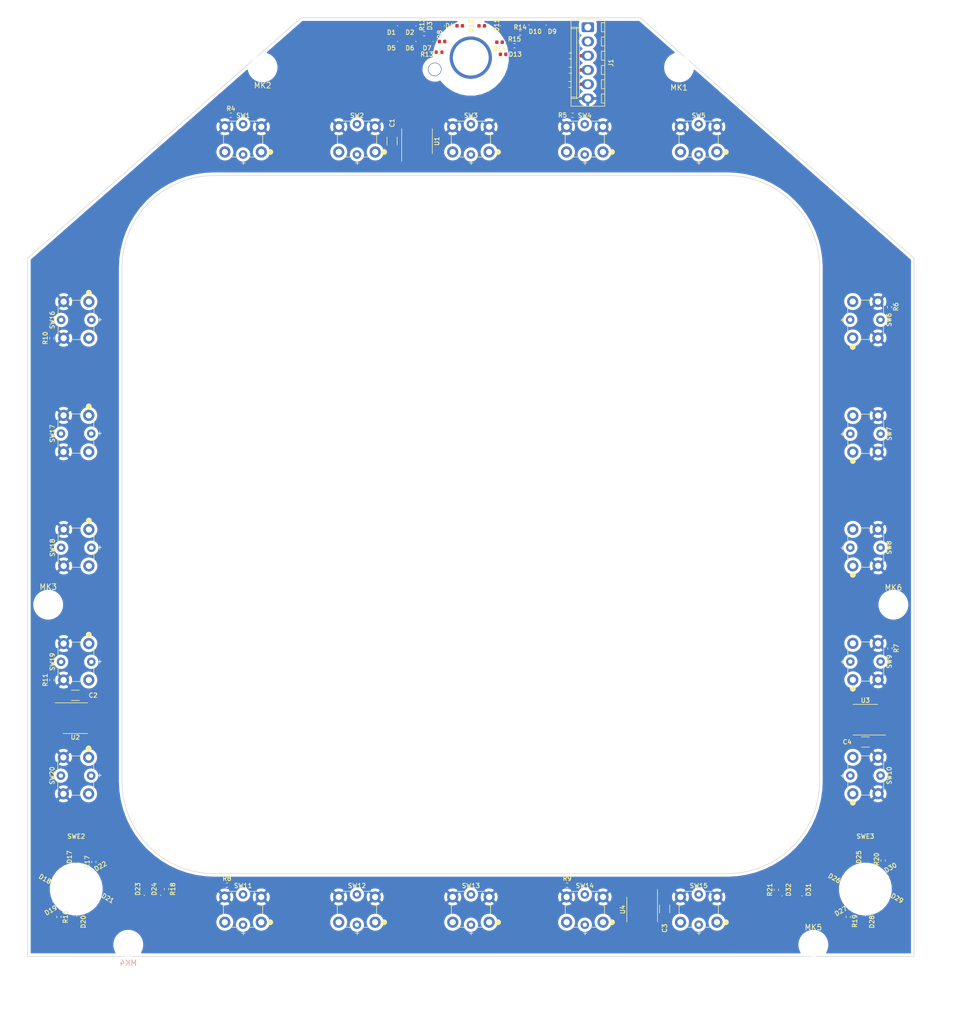
<source format=kicad_pcb>
(kicad_pcb (version 20171130) (host pcbnew "(5.1.9)-1")
  (layers (0 F.Cu signal) (31 B.Cu signal) (34 B.Paste user) (35 F.Paste user) (36 B.SilkS user) (37 F.SilkS user) (38 B.Mask user) (39 F.Mask user) (44 Edge.Cuts user))
  (net 0 "")
  (net 1 +5V)
  (net 2 SDA)
  (net 3 SCL)
  (net 4 IRQ)
  (net 5 GND)
  (net 6 "Net-(U2-Pad10)")
  (net 7 "Net-(U2-Pad11)")
  (net 8 "Net-(U2-Pad12)")
  (net 9 "Net-(U3-Pad12)")
  (net 10 "Net-(U3-Pad11)")
  (net 11 "Net-(U3-Pad10)")
  (net 12 "Net-(U4-Pad12)")
  (net 13 "Net-(U4-Pad11)")
  (net 14 "Net-(U4-Pad10)")
  (net 15 "Net-(D1-Pad1)")
  (net 16 "Net-(D10-Pad2)")
  (net 17 "Net-(U1-Pad12)")
  (net 18 "Net-(U1-Pad11)")
  (net 19 "Net-(U1-Pad10)")
  (net 20 VCC)
  (net 21 "Net-(D2-Pad1)")
  (net 22 "Net-(D3-Pad1)")
  (net 23 "Net-(D4-Pad1)")
  (net 24 "Net-(D5-Pad1)")
  (net 25 "Net-(D6-Pad1)")
  (net 26 "Net-(D7-Pad1)")
  (net 27 "Net-(D8-Pad1)")
  (net 28 "Net-(D10-Pad1)")
  (net 29 "Net-(D11-Pad1)")
  (net 30 "Net-(D12-Pad1)")
  (net 31 "Net-(D13-Pad1)")
  (net 32 "Net-(D14-Pad1)")
  (net 33 "Net-(D17-Pad1)")
  (net 34 "Net-(D18-Pad1)")
  (net 35 "Net-(D19-Pad1)")
  (net 36 "Net-(D20-Pad1)")
  (net 37 "Net-(D21-Pad1)")
  (net 38 "Net-(D22-Pad1)")
  (net 39 "Net-(D23-Pad1)")
  (net 40 "Net-(D24-Pad1)")
  (net 41 "Net-(D25-Pad1)")
  (net 42 "Net-(D26-Pad1)")
  (net 43 "Net-(D27-Pad1)")
  (net 44 "Net-(D28-Pad1)")
  (net 45 "Net-(D29-Pad1)")
  (net 46 "Net-(D30-Pad1)")
  (net 47 "Net-(D31-Pad1)")
  (net 48 "Net-(D32-Pad1)")
  (net 49 "Net-(R4-Pad2)")
  (net 50 "Net-(R5-Pad2)")
  (net 51 "Net-(R6-Pad2)")
  (net 52 "Net-(R7-Pad2)")
  (net 53 "Net-(R8-Pad2)")
  (net 54 "Net-(R9-Pad2)")
  (net 55 "Net-(R10-Pad2)")
  (net 56 "Net-(R11-Pad2)")
  (net 57 "Net-(SW1-Pad4)")
  (net 58 /U1P0)
  (net 59 /U1P1)
  (net 60 "Net-(SW2-Pad4)")
  (net 61 /U1P2)
  (net 62 /U1P3)
  (net 63 "Net-(SW4-Pad4)")
  (net 64 /U1P4)
  (net 65 /U2P0)
  (net 66 "Net-(SW6-Pad4)")
  (net 67 "Net-(SW7-Pad4)")
  (net 68 /U2P1)
  (net 69 /U2P2)
  (net 70 "Net-(SW10-Pad3)")
  (net 71 /U2P3)
  (net 72 /U2P4)
  (net 73 "Net-(SW11-Pad4)")
  (net 74 /U3P0)
  (net 75 /U3P1)
  (net 76 "Net-(SW12-Pad4)")
  (net 77 /U3P2)
  (net 78 /U3P3)
  (net 79 "Net-(SW14-Pad4)")
  (net 80 /U3P4)
  (net 81 "Net-(SW16-Pad4)")
  (net 82 /U4P0)
  (net 83 /U4P1)
  (net 84 "Net-(SW17-Pad4)")
  (net 85 /U4P2)
  (net 86 /U4P3)
  (net 87 "Net-(SW19-Pad4)")
  (net 88 /U4P4)
  (module MountingHole:MountingHole_4.3mm_M4 (layer B.Cu) (at 146.590316 -69.038424)
    (fp_text reference MK4 (at 0 3.23314) (layer B.SilkS) (effects (justify mirror)))
    (fp_text value MH)
    (pad 1 np_thru_hole circle (at 0 0) (size 4.3 4.3) (drill 4.3) (layers *.Cu *.Mask))
  )
  (module MountingHole:MountingHole_4.3mm_M4 (layer F.Cu) (at 268.827816 -69.038424)
    (fp_text reference MK5 (at 0 -3.10614) (layer F.SilkS))
    (fp_text value MH)
    (pad 1 np_thru_hole circle (at 0 0) (size 4.3 4.3) (drill 4.3) (layers *.Cu *.Mask))
  )
  (module MountingHole:MountingHole_4.3mm_M4 (layer F.Cu) (at 283.112145 -129.680924)
    (fp_text reference MK6 (at 0 -3.04264) (layer F.SilkS))
    (fp_text value MH)
    (pad 1 np_thru_hole circle (at 0 0) (size 4.3 4.3) (drill 4.3) (layers *.Cu *.Mask))
  )
  (module MountingHole:MountingHole_4.3mm_M4 (layer F.Cu) (at 132.305987 -129.680924)
    (fp_text reference MK3 (at 0 -3.16964) (layer F.SilkS))
    (fp_text value MH)
    (pad 1 np_thru_hole circle (at 0 0) (size 4.3 4.3) (drill 4.3) (layers *.Cu *.Mask))
  )
  (module MountingHole:MountingHole_4.3mm_M4 (layer F.Cu) (at 170.550749 -225.486549)
    (fp_text reference MK2 (at 0.016177 3.227985) (layer F.SilkS))
    (fp_text value MH)
    (pad 1 np_thru_hole circle (at 0 0) (size 4.3 4.3) (drill 4.3) (layers *.Cu *.Mask))
  )
  (module MountingHole:MountingHole_4.3mm_M4 (layer F.Cu) (at 244.867383 -225.486549)
    (fp_text reference MK1 (at -0.005457 3.608985) (layer F.SilkS))
    (fp_text value MH)
    (pad 1 np_thru_hole circle (at 0 0) (size 4.3 4.3) (drill 4.3) (layers *.Cu *.Mask))
  )
  (module MountingHole:MountingHole_8.4mm_M8 (layer F.Cu) (at 278.114691 -78.969824)
    (fp_text reference SWE3 (at 0 -9.4) (layer F.SilkS) (effects (font (size 0.8 0.8))))
    (fp_text value MountingHole_8.4mm_M8)
    (pad 1 np_thru_hole circle (at 0 0) (size 8.4 8.4) (drill 8.4) (layers *.Cu *.Mask))
  )
  (module MountingHole:MountingHole_8.4mm_M8 (layer F.Cu) (at 137.303441 -78.969824)
    (fp_text reference SWE2 (at 0 -9.4) (layer F.SilkS) (effects (font (size 0.8 0.8))))
    (fp_text value MountingHole_8.4mm_M8)
    (pad 1 np_thru_hole circle (at 0 0) (size 8.4 8.4) (drill 8.4) (layers *.Cu *.Mask))
  )
  (module Switches:MRY106_RotarySW (layer F.Cu) (at 207.709066 -227.216924)
    (fp_text reference SWE1 hide)
    (fp_text value MRY106_RotarySW hide)
    (pad "" np_thru_hole circle (at 0 0) (size 7.540752 7.540752) (drill 6.35) (layers *.Mask B.Cu) (clearance 3))
    (pad "" np_thru_hole circle (at -6.4257 2.0878) (size 2.38125 2.38125) (drill 2.2) (layers *.Cu *.Mask) (clearance 1))
    (pad "" np_thru_hole circle (at 0 0) (size 7.540752 7.540752) (drill 6.35) (layers *.Mask F.Cu) (clearance 1))
  )
  (module Resistor_SMD:R_0603_1608Metric (layer F.Cu) (at 225.414749 -222.438549)
    (fp_text reference R1 hide)
    (fp_text value 10K hide)
    (pad 2 smd roundrect (at 0.825 0) (size 0.8 0.95) (layers F.Cu F.Paste F.Mask) (net 4 IRQ))
    (pad 1 smd roundrect (at -0.825 0) (size 0.8 0.95) (layers F.Cu F.Paste F.Mask) (net 1 +5V))
  )
  (module "KiCAD Libraries:TL1240GQ" (layer F.Cu) (at 163.830566 -214.897924)
    (fp_text reference SW1 (at 3.25 -2) (layer F.SilkS) (effects (font (size 0.8 0.8))))
    (fp_text value TL1240GQ)
    (fp_text user + (at 3.3 6.4) (layer F.SilkS) (effects (font (size 0.8 0.8) (thickness 0.12))))
    (pad 4 thru_hole circle (at 3.25 4.95) (size 1.524 1.524) (drill 0.762) (layers *.Cu *.Mask) (net 57 "Net-(SW1-Pad4)"))
    (pad 3 thru_hole circle (at 3.25 -0.45) (size 1.524 1.524) (drill 0.762) (layers *.Cu *.Mask) (net 49 "Net-(R4-Pad2)"))
    (pad 2 thru_hole circle (at 6.5 0 90) (size 2 2) (drill 1.1) (layers *.Cu *.Mask) (net 5 GND))
    (pad 1 thru_hole circle (at 6.5 4.5 90) (size 2 2) (drill 1.1) (layers *.Cu *.Mask) (net 58 /U1P0))
    (pad 2 thru_hole circle (at 0 0 90) (size 2 2) (drill 1.1) (layers *.Cu *.Mask) (net 5 GND))
    (pad 1 thru_hole circle (at 0 4.5 90) (size 2 2) (drill 1.1) (layers *.Cu *.Mask) (net 58 /U1P0))
  )
  (module "KiCAD Libraries:TL1240GQ" (layer F.Cu) (at 184.150566 -214.897924)
    (fp_text reference SW2 (at 3.25 -2) (layer F.SilkS) (effects (font (size 0.8 0.8))))
    (fp_text value TL1240GQ)
    (fp_text user + (at 3.3 6.4) (layer F.SilkS) (effects (font (size 0.8 0.8) (thickness 0.12))))
    (pad 4 thru_hole circle (at 3.25 4.95) (size 1.524 1.524) (drill 0.762) (layers *.Cu *.Mask) (net 60 "Net-(SW2-Pad4)"))
    (pad 3 thru_hole circle (at 3.25 -0.45) (size 1.524 1.524) (drill 0.762) (layers *.Cu *.Mask) (net 57 "Net-(SW1-Pad4)"))
    (pad 2 thru_hole circle (at 6.5 0 90) (size 2 2) (drill 1.1) (layers *.Cu *.Mask) (net 5 GND))
    (pad 1 thru_hole circle (at 6.5 4.5 90) (size 2 2) (drill 1.1) (layers *.Cu *.Mask) (net 59 /U1P1))
    (pad 2 thru_hole circle (at 0 0 90) (size 2 2) (drill 1.1) (layers *.Cu *.Mask) (net 5 GND))
    (pad 1 thru_hole circle (at 0 4.5 90) (size 2 2) (drill 1.1) (layers *.Cu *.Mask) (net 59 /U1P1))
  )
  (module "KiCAD Libraries:TL1240GQ" (layer F.Cu) (at 204.470566 -214.897924)
    (fp_text reference SW3 (at 3.25 -2) (layer F.SilkS) (effects (font (size 0.8 0.8))))
    (fp_text value TL1240GQ)
    (fp_text user + (at 3.3 6.4) (layer F.SilkS) (effects (font (size 0.8 0.8) (thickness 0.12))))
    (pad 4 thru_hole circle (at 3.25 4.95) (size 1.524 1.524) (drill 0.762) (layers *.Cu *.Mask) (net 20 VCC))
    (pad 3 thru_hole circle (at 3.25 -0.45) (size 1.524 1.524) (drill 0.762) (layers *.Cu *.Mask) (net 60 "Net-(SW2-Pad4)"))
    (pad 2 thru_hole circle (at 6.5 0 90) (size 2 2) (drill 1.1) (layers *.Cu *.Mask) (net 5 GND))
    (pad 1 thru_hole circle (at 6.5 4.5 90) (size 2 2) (drill 1.1) (layers *.Cu *.Mask) (net 61 /U1P2))
    (pad 2 thru_hole circle (at 0 0 90) (size 2 2) (drill 1.1) (layers *.Cu *.Mask) (net 5 GND))
    (pad 1 thru_hole circle (at 0 4.5 90) (size 2 2) (drill 1.1) (layers *.Cu *.Mask) (net 61 /U1P2))
  )
  (module "KiCAD Libraries:TL1240GQ" (layer F.Cu) (at 224.790566 -214.897924)
    (fp_text reference SW4 (at 3.25 -2) (layer F.SilkS) (effects (font (size 0.8 0.8))))
    (fp_text value TL1240GQ)
    (fp_text user + (at 3.3 6.4) (layer F.SilkS) (effects (font (size 0.8 0.8) (thickness 0.12))))
    (pad 4 thru_hole circle (at 3.25 4.95) (size 1.524 1.524) (drill 0.762) (layers *.Cu *.Mask) (net 63 "Net-(SW4-Pad4)"))
    (pad 3 thru_hole circle (at 3.25 -0.45) (size 1.524 1.524) (drill 0.762) (layers *.Cu *.Mask) (net 50 "Net-(R5-Pad2)"))
    (pad 2 thru_hole circle (at 6.5 0 90) (size 2 2) (drill 1.1) (layers *.Cu *.Mask) (net 5 GND))
    (pad 1 thru_hole circle (at 6.5 4.5 90) (size 2 2) (drill 1.1) (layers *.Cu *.Mask) (net 62 /U1P3))
    (pad 2 thru_hole circle (at 0 0 90) (size 2 2) (drill 1.1) (layers *.Cu *.Mask) (net 5 GND))
    (pad 1 thru_hole circle (at 0 4.5 90) (size 2 2) (drill 1.1) (layers *.Cu *.Mask) (net 62 /U1P3))
  )
  (module "KiCAD Libraries:TL1240GQ" (layer F.Cu) (at 245.110566 -214.897924)
    (fp_text reference SW5 (at 3.25 -2) (layer F.SilkS) (effects (font (size 0.8 0.8))))
    (fp_text value TL1240GQ)
    (fp_text user + (at 3.3 6.4) (layer F.SilkS) (effects (font (size 0.8 0.8) (thickness 0.12))))
    (pad 4 thru_hole circle (at 3.25 4.95) (size 1.524 1.524) (drill 0.762) (layers *.Cu *.Mask) (net 20 VCC))
    (pad 3 thru_hole circle (at 3.25 -0.45) (size 1.524 1.524) (drill 0.762) (layers *.Cu *.Mask) (net 63 "Net-(SW4-Pad4)"))
    (pad 2 thru_hole circle (at 6.5 0 90) (size 2 2) (drill 1.1) (layers *.Cu *.Mask) (net 5 GND))
    (pad 1 thru_hole circle (at 6.5 4.5 90) (size 2 2) (drill 1.1) (layers *.Cu *.Mask) (net 64 /U1P4))
    (pad 2 thru_hole circle (at 0 0 90) (size 2 2) (drill 1.1) (layers *.Cu *.Mask) (net 5 GND))
    (pad 1 thru_hole circle (at 0 4.5 90) (size 2 2) (drill 1.1) (layers *.Cu *.Mask) (net 64 /U1P4))
  )
  (module "KiCAD Libraries:TL1240GQ" (layer F.Cu) (at 280.353066 -183.732124 270)
    (fp_text reference SW6 (at 3.25 -2 90) (layer F.SilkS) (effects (font (size 0.8 0.8))))
    (fp_text value TL1240GQ)
    (fp_text user + (at 3.3 6.4 90) (layer F.SilkS) (effects (font (size 0.8 0.8) (thickness 0.12))))
    (pad 4 thru_hole circle (at 3.25 4.95 270) (size 1.524 1.524) (drill 0.762) (layers *.Cu *.Mask) (net 66 "Net-(SW6-Pad4)"))
    (pad 3 thru_hole circle (at 3.25 -0.45 270) (size 1.524 1.524) (drill 0.762) (layers *.Cu *.Mask) (net 51 "Net-(R6-Pad2)"))
    (pad 2 thru_hole circle (at 6.5 0) (size 2 2) (drill 1.1) (layers *.Cu *.Mask) (net 5 GND))
    (pad 1 thru_hole circle (at 6.5 4.5) (size 2 2) (drill 1.1) (layers *.Cu *.Mask) (net 65 /U2P0))
    (pad 2 thru_hole circle (at 0 0) (size 2 2) (drill 1.1) (layers *.Cu *.Mask) (net 5 GND))
    (pad 1 thru_hole circle (at 0 4.5) (size 2 2) (drill 1.1) (layers *.Cu *.Mask) (net 65 /U2P0))
  )
  (module "KiCAD Libraries:TL1240GQ" (layer F.Cu) (at 280.375291 -163.399424 270)
    (fp_text reference SW7 (at 3.25 -2 90) (layer F.SilkS) (effects (font (size 0.8 0.8))))
    (fp_text value TL1240GQ)
    (fp_text user + (at 3.3 6.4 90) (layer F.SilkS) (effects (font (size 0.8 0.8) (thickness 0.12))))
    (pad 4 thru_hole circle (at 3.25 4.95 270) (size 1.524 1.524) (drill 0.762) (layers *.Cu *.Mask) (net 67 "Net-(SW7-Pad4)"))
    (pad 3 thru_hole circle (at 3.25 -0.45 270) (size 1.524 1.524) (drill 0.762) (layers *.Cu *.Mask) (net 66 "Net-(SW6-Pad4)"))
    (pad 2 thru_hole circle (at 6.5 0) (size 2 2) (drill 1.1) (layers *.Cu *.Mask) (net 5 GND))
    (pad 1 thru_hole circle (at 6.5 4.5) (size 2 2) (drill 1.1) (layers *.Cu *.Mask) (net 68 /U2P1))
    (pad 2 thru_hole circle (at 0 0) (size 2 2) (drill 1.1) (layers *.Cu *.Mask) (net 5 GND))
    (pad 1 thru_hole circle (at 0 4.5) (size 2 2) (drill 1.1) (layers *.Cu *.Mask) (net 68 /U2P1))
  )
  (module "KiCAD Libraries:TL1240GQ" (layer F.Cu) (at 280.375291 -143.104824 270)
    (fp_text reference SW8 (at 3.25 -1.978025 90) (layer F.SilkS) (effects (font (size 0.8 0.8))))
    (fp_text value TL1240GQ)
    (fp_text user + (at 3.3 6.4 90) (layer F.SilkS) (effects (font (size 0.8 0.8) (thickness 0.12))))
    (pad 4 thru_hole circle (at 3.25 4.95 270) (size 1.524 1.524) (drill 0.762) (layers *.Cu *.Mask) (net 20 VCC))
    (pad 3 thru_hole circle (at 3.25 -0.45 270) (size 1.524 1.524) (drill 0.762) (layers *.Cu *.Mask) (net 67 "Net-(SW7-Pad4)"))
    (pad 2 thru_hole circle (at 6.5 0) (size 2 2) (drill 1.1) (layers *.Cu *.Mask) (net 5 GND))
    (pad 1 thru_hole circle (at 6.5 4.5) (size 2 2) (drill 1.1) (layers *.Cu *.Mask) (net 69 /U2P2))
    (pad 2 thru_hole circle (at 0 0) (size 2 2) (drill 1.1) (layers *.Cu *.Mask) (net 5 GND))
    (pad 1 thru_hole circle (at 0 4.5) (size 2 2) (drill 1.1) (layers *.Cu *.Mask) (net 69 /U2P2))
  )
  (module "KiCAD Libraries:TL1240GQ" (layer F.Cu) (at 280.375291 -122.782424 270)
    (fp_text reference SW9 (at 3.25 -2 90) (layer F.SilkS) (effects (font (size 0.8 0.8))))
    (fp_text value TL1240GQ)
    (fp_text user + (at 3.3 6.4 90) (layer F.SilkS) (effects (font (size 0.8 0.8) (thickness 0.12))))
    (pad 4 thru_hole circle (at 3.25 4.95 270) (size 1.524 1.524) (drill 0.762) (layers *.Cu *.Mask) (net 70 "Net-(SW10-Pad3)"))
    (pad 3 thru_hole circle (at 3.25 -0.45 270) (size 1.524 1.524) (drill 0.762) (layers *.Cu *.Mask) (net 52 "Net-(R7-Pad2)"))
    (pad 2 thru_hole circle (at 6.5 0) (size 2 2) (drill 1.1) (layers *.Cu *.Mask) (net 5 GND))
    (pad 1 thru_hole circle (at 6.5 4.5) (size 2 2) (drill 1.1) (layers *.Cu *.Mask) (net 71 /U2P3))
    (pad 2 thru_hole circle (at 0 0) (size 2 2) (drill 1.1) (layers *.Cu *.Mask) (net 5 GND))
    (pad 1 thru_hole circle (at 0 4.5) (size 2 2) (drill 1.1) (layers *.Cu *.Mask) (net 71 /U2P3))
  )
  (module "KiCAD Libraries:TL1240GQ" (layer F.Cu) (at 280.375291 -102.464824 270)
    (fp_text reference SW10 (at 3.25 -2 90) (layer F.SilkS) (effects (font (size 0.8 0.8))))
    (fp_text value TL1240GQ)
    (fp_text user + (at 3.3 6.4 90) (layer F.SilkS) (effects (font (size 0.8 0.8) (thickness 0.12))))
    (pad 4 thru_hole circle (at 3.25 4.95 270) (size 1.524 1.524) (drill 0.762) (layers *.Cu *.Mask) (net 20 VCC))
    (pad 3 thru_hole circle (at 3.25 -0.45 270) (size 1.524 1.524) (drill 0.762) (layers *.Cu *.Mask) (net 70 "Net-(SW10-Pad3)"))
    (pad 2 thru_hole circle (at 6.5 0) (size 2 2) (drill 1.1) (layers *.Cu *.Mask) (net 5 GND))
    (pad 1 thru_hole circle (at 6.5 4.5) (size 2 2) (drill 1.1) (layers *.Cu *.Mask) (net 72 /U2P4))
    (pad 2 thru_hole circle (at 0 0) (size 2 2) (drill 1.1) (layers *.Cu *.Mask) (net 5 GND))
    (pad 1 thru_hole circle (at 0 4.5) (size 2 2) (drill 1.1) (layers *.Cu *.Mask) (net 72 /U2P4))
  )
  (module "KiCAD Libraries:TL1240GQ" (layer F.Cu) (at 163.817866 -77.560124)
    (fp_text reference SW11 (at 3.25 -2) (layer F.SilkS) (effects (font (size 0.8 0.8))))
    (fp_text value TL1240GQ)
    (fp_text user + (at 3.3 6.4) (layer F.SilkS) (effects (font (size 0.8 0.8) (thickness 0.12))))
    (pad 4 thru_hole circle (at 3.25 4.95) (size 1.524 1.524) (drill 0.762) (layers *.Cu *.Mask) (net 73 "Net-(SW11-Pad4)"))
    (pad 3 thru_hole circle (at 3.25 -0.45) (size 1.524 1.524) (drill 0.762) (layers *.Cu *.Mask) (net 53 "Net-(R8-Pad2)"))
    (pad 2 thru_hole circle (at 6.5 0 90) (size 2 2) (drill 1.1) (layers *.Cu *.Mask) (net 5 GND))
    (pad 1 thru_hole circle (at 6.5 4.5 90) (size 2 2) (drill 1.1) (layers *.Cu *.Mask) (net 74 /U3P0))
    (pad 2 thru_hole circle (at 0 0 90) (size 2 2) (drill 1.1) (layers *.Cu *.Mask) (net 5 GND))
    (pad 1 thru_hole circle (at 0 4.5 90) (size 2 2) (drill 1.1) (layers *.Cu *.Mask) (net 74 /U3P0))
  )
  (module "KiCAD Libraries:TL1240GQ" (layer F.Cu) (at 184.137866 -77.560124)
    (fp_text reference SW12 (at 3.25 -2) (layer F.SilkS) (effects (font (size 0.8 0.8))))
    (fp_text value TL1240GQ)
    (fp_text user + (at 3.3 6.4) (layer F.SilkS) (effects (font (size 0.8 0.8) (thickness 0.12))))
    (pad 4 thru_hole circle (at 3.25 4.95) (size 1.524 1.524) (drill 0.762) (layers *.Cu *.Mask) (net 76 "Net-(SW12-Pad4)"))
    (pad 3 thru_hole circle (at 3.25 -0.45) (size 1.524 1.524) (drill 0.762) (layers *.Cu *.Mask) (net 73 "Net-(SW11-Pad4)"))
    (pad 2 thru_hole circle (at 6.5 0 90) (size 2 2) (drill 1.1) (layers *.Cu *.Mask) (net 5 GND))
    (pad 1 thru_hole circle (at 6.5 4.5 90) (size 2 2) (drill 1.1) (layers *.Cu *.Mask) (net 75 /U3P1))
    (pad 2 thru_hole circle (at 0 0 90) (size 2 2) (drill 1.1) (layers *.Cu *.Mask) (net 5 GND))
    (pad 1 thru_hole circle (at 0 4.5 90) (size 2 2) (drill 1.1) (layers *.Cu *.Mask) (net 75 /U3P1))
  )
  (module "KiCAD Libraries:TL1240GQ" (layer F.Cu) (at 204.483266 -77.560124)
    (fp_text reference SW13 (at 3.25 -2) (layer F.SilkS) (effects (font (size 0.8 0.8))))
    (fp_text value TL1240GQ)
    (fp_text user + (at 3.3 6.4) (layer F.SilkS) (effects (font (size 0.8 0.8) (thickness 0.12))))
    (pad 4 thru_hole circle (at 3.25 4.95) (size 1.524 1.524) (drill 0.762) (layers *.Cu *.Mask) (net 20 VCC))
    (pad 3 thru_hole circle (at 3.25 -0.45) (size 1.524 1.524) (drill 0.762) (layers *.Cu *.Mask) (net 76 "Net-(SW12-Pad4)"))
    (pad 2 thru_hole circle (at 6.5 0 90) (size 2 2) (drill 1.1) (layers *.Cu *.Mask) (net 5 GND))
    (pad 1 thru_hole circle (at 6.5 4.5 90) (size 2 2) (drill 1.1) (layers *.Cu *.Mask) (net 77 /U3P2))
    (pad 2 thru_hole circle (at 0 0 90) (size 2 2) (drill 1.1) (layers *.Cu *.Mask) (net 5 GND))
    (pad 1 thru_hole circle (at 0 4.5 90) (size 2 2) (drill 1.1) (layers *.Cu *.Mask) (net 77 /U3P2))
  )
  (module "KiCAD Libraries:TL1240GQ" (layer F.Cu) (at 224.803266 -77.560124)
    (fp_text reference SW14 (at 3.25 -2) (layer F.SilkS) (effects (font (size 0.8 0.8))))
    (fp_text value TL1240GQ)
    (fp_text user + (at 3.3 6.4) (layer F.SilkS) (effects (font (size 0.8 0.8) (thickness 0.12))))
    (pad 4 thru_hole circle (at 3.25 4.95) (size 1.524 1.524) (drill 0.762) (layers *.Cu *.Mask) (net 79 "Net-(SW14-Pad4)"))
    (pad 3 thru_hole circle (at 3.25 -0.45) (size 1.524 1.524) (drill 0.762) (layers *.Cu *.Mask) (net 54 "Net-(R9-Pad2)"))
    (pad 2 thru_hole circle (at 6.5 0 90) (size 2 2) (drill 1.1) (layers *.Cu *.Mask) (net 5 GND))
    (pad 1 thru_hole circle (at 6.5 4.5 90) (size 2 2) (drill 1.1) (layers *.Cu *.Mask) (net 78 /U3P3))
    (pad 2 thru_hole circle (at 0 0 90) (size 2 2) (drill 1.1) (layers *.Cu *.Mask) (net 5 GND))
    (pad 1 thru_hole circle (at 0 4.5 90) (size 2 2) (drill 1.1) (layers *.Cu *.Mask) (net 78 /U3P3))
  )
  (module "KiCAD Libraries:TL1240GQ" (layer F.Cu) (at 245.123266 -77.560124)
    (fp_text reference SW15 (at 3.25 -2) (layer F.SilkS) (effects (font (size 0.8 0.8))))
    (fp_text value TL1240GQ)
    (fp_text user + (at 3.3 6.4) (layer F.SilkS) (effects (font (size 0.8 0.8) (thickness 0.12))))
    (pad 4 thru_hole circle (at 3.25 4.95) (size 1.524 1.524) (drill 0.762) (layers *.Cu *.Mask) (net 20 VCC))
    (pad 3 thru_hole circle (at 3.25 -0.45) (size 1.524 1.524) (drill 0.762) (layers *.Cu *.Mask) (net 79 "Net-(SW14-Pad4)"))
    (pad 2 thru_hole circle (at 6.5 0 90) (size 2 2) (drill 1.1) (layers *.Cu *.Mask) (net 5 GND))
    (pad 1 thru_hole circle (at 6.5 4.5 90) (size 2 2) (drill 1.1) (layers *.Cu *.Mask) (net 80 /U3P4))
    (pad 2 thru_hole circle (at 0 0 90) (size 2 2) (drill 1.1) (layers *.Cu *.Mask) (net 5 GND))
    (pad 1 thru_hole circle (at 0 4.5 90) (size 2 2) (drill 1.1) (layers *.Cu *.Mask) (net 80 /U3P4))
  )
  (module "KiCAD Libraries:TL1240GQ" (layer F.Cu) (at 135.065066 -177.204324 90)
    (fp_text reference SW16 (at 3.235799 -2.038801 90) (layer F.SilkS) (effects (font (size 0.8 0.8))))
    (fp_text value TL1240GQ)
    (fp_text user + (at 3.3 6.4 90) (layer F.SilkS) (effects (font (size 0.8 0.8) (thickness 0.12))))
    (pad 4 thru_hole circle (at 3.25 4.95 90) (size 1.524 1.524) (drill 0.762) (layers *.Cu *.Mask) (net 81 "Net-(SW16-Pad4)"))
    (pad 3 thru_hole circle (at 3.25 -0.45 90) (size 1.524 1.524) (drill 0.762) (layers *.Cu *.Mask) (net 55 "Net-(R10-Pad2)"))
    (pad 2 thru_hole circle (at 6.5 0 180) (size 2 2) (drill 1.1) (layers *.Cu *.Mask) (net 5 GND))
    (pad 1 thru_hole circle (at 6.5 4.5 180) (size 2 2) (drill 1.1) (layers *.Cu *.Mask) (net 82 /U4P0))
    (pad 2 thru_hole circle (at 0 0 180) (size 2 2) (drill 1.1) (layers *.Cu *.Mask) (net 5 GND))
    (pad 1 thru_hole circle (at 0 4.5 180) (size 2 2) (drill 1.1) (layers *.Cu *.Mask) (net 82 /U4P0))
  )
  (module "KiCAD Libraries:TL1240GQ" (layer F.Cu) (at 135.039666 -156.935124 90)
    (fp_text reference SW17 (at 3.25 -2 90) (layer F.SilkS) (effects (font (size 0.8 0.8))))
    (fp_text value TL1240GQ)
    (fp_text user + (at 3.3 6.4 90) (layer F.SilkS) (effects (font (size 0.8 0.8) (thickness 0.12))))
    (pad 4 thru_hole circle (at 3.25 4.95 90) (size 1.524 1.524) (drill 0.762) (layers *.Cu *.Mask) (net 84 "Net-(SW17-Pad4)"))
    (pad 3 thru_hole circle (at 3.25 -0.45 90) (size 1.524 1.524) (drill 0.762) (layers *.Cu *.Mask) (net 81 "Net-(SW16-Pad4)"))
    (pad 2 thru_hole circle (at 6.5 0 180) (size 2 2) (drill 1.1) (layers *.Cu *.Mask) (net 5 GND))
    (pad 1 thru_hole circle (at 6.5 4.5 180) (size 2 2) (drill 1.1) (layers *.Cu *.Mask) (net 83 /U4P1))
    (pad 2 thru_hole circle (at 0 0 180) (size 2 2) (drill 1.1) (layers *.Cu *.Mask) (net 5 GND))
    (pad 1 thru_hole circle (at 0 4.5 180) (size 2 2) (drill 1.1) (layers *.Cu *.Mask) (net 83 /U4P1))
  )
  (module "KiCAD Libraries:TL1240GQ" (layer F.Cu) (at 135.065066 -136.589724 90)
    (fp_text reference SW18 (at 3.25 -2 90) (layer F.SilkS) (effects (font (size 0.8 0.8))))
    (fp_text value TL1240GQ)
    (fp_text user + (at 3.3 6.4 90) (layer F.SilkS) (effects (font (size 0.8 0.8) (thickness 0.12))))
    (pad 4 thru_hole circle (at 3.25 4.95 90) (size 1.524 1.524) (drill 0.762) (layers *.Cu *.Mask) (net 20 VCC))
    (pad 3 thru_hole circle (at 3.25 -0.45 90) (size 1.524 1.524) (drill 0.762) (layers *.Cu *.Mask) (net 84 "Net-(SW17-Pad4)"))
    (pad 2 thru_hole circle (at 6.5 0 180) (size 2 2) (drill 1.1) (layers *.Cu *.Mask) (net 5 GND))
    (pad 1 thru_hole circle (at 6.5 4.5 180) (size 2 2) (drill 1.1) (layers *.Cu *.Mask) (net 85 /U4P2))
    (pad 2 thru_hole circle (at 0 0 180) (size 2 2) (drill 1.1) (layers *.Cu *.Mask) (net 5 GND))
    (pad 1 thru_hole circle (at 0 4.5 180) (size 2 2) (drill 1.1) (layers *.Cu *.Mask) (net 85 /U4P2))
  )
  (module "KiCAD Libraries:TL1240GQ" (layer F.Cu) (at 135.049191 -116.244324 90)
    (fp_text reference SW19 (at 3.25 -2 90) (layer F.SilkS) (effects (font (size 0.8 0.8))))
    (fp_text value TL1240GQ)
    (fp_text user + (at 3.3 6.4 90) (layer F.SilkS) (effects (font (size 0.8 0.8) (thickness 0.12))))
    (pad 4 thru_hole circle (at 3.25 4.95 90) (size 1.524 1.524) (drill 0.762) (layers *.Cu *.Mask) (net 87 "Net-(SW19-Pad4)"))
    (pad 3 thru_hole circle (at 3.25 -0.45 90) (size 1.524 1.524) (drill 0.762) (layers *.Cu *.Mask) (net 56 "Net-(R11-Pad2)"))
    (pad 2 thru_hole circle (at 6.5 0 180) (size 2 2) (drill 1.1) (layers *.Cu *.Mask) (net 5 GND))
    (pad 1 thru_hole circle (at 6.5 4.5 180) (size 2 2) (drill 1.1) (layers *.Cu *.Mask) (net 86 /U4P3))
    (pad 2 thru_hole circle (at 0 0 180) (size 2 2) (drill 1.1) (layers *.Cu *.Mask) (net 5 GND))
    (pad 1 thru_hole circle (at 0 4.5 180) (size 2 2) (drill 1.1) (layers *.Cu *.Mask) (net 86 /U4P3))
  )
  (module "KiCAD Libraries:TL1240GQ" (layer F.Cu) (at 135.014266 -95.949724 90)
    (fp_text reference SW20 (at 3.25 -2 90) (layer F.SilkS) (effects (font (size 0.8 0.8))))
    (fp_text value TL1240GQ)
    (fp_text user + (at 3.3 6.4 90) (layer F.SilkS) (effects (font (size 0.8 0.8) (thickness 0.12))))
    (pad 4 thru_hole circle (at 3.25 4.95 90) (size 1.524 1.524) (drill 0.762) (layers *.Cu *.Mask) (net 20 VCC))
    (pad 3 thru_hole circle (at 3.25 -0.45 90) (size 1.524 1.524) (drill 0.762) (layers *.Cu *.Mask) (net 87 "Net-(SW19-Pad4)"))
    (pad 2 thru_hole circle (at 6.5 0 180) (size 2 2) (drill 1.1) (layers *.Cu *.Mask) (net 5 GND))
    (pad 1 thru_hole circle (at 6.5 4.5 180) (size 2 2) (drill 1.1) (layers *.Cu *.Mask) (net 88 /U4P4))
    (pad 2 thru_hole circle (at 0 0 180) (size 2 2) (drill 1.1) (layers *.Cu *.Mask) (net 5 GND))
    (pad 1 thru_hole circle (at 0 4.5 180) (size 2 2) (drill 1.1) (layers *.Cu *.Mask) (net 88 /U4P4))
  )
  (module Capacitor_SMD:C_1206_3216Metric (layer F.Cu) (at 193.659691 -212.319824 270)
    (fp_text reference C1 (at -3.260725 -0.005058 90) (layer F.SilkS) (effects (font (size 0.8 0.8))))
    (fp_text value 47uF)
    (pad 2 smd roundrect (at 1.475 0 270) (size 1.15 1.8) (layers F.Cu F.Paste F.Mask) (roundrect_rratio 0.217391) (net 5 GND))
    (pad 1 smd roundrect (at -1.475 0 270) (size 1.15 1.8) (layers F.Cu F.Paste F.Mask) (roundrect_rratio 0.217391) (net 1 +5V))
  )
  (module Capacitor_SMD:C_1206_3216Metric (layer F.Cu) (at 137.144691 -113.513824 180)
    (fp_text reference C2 (at -3.175 0) (layer F.SilkS) (effects (font (size 0.8 0.8))))
    (fp_text value 47uF)
    (pad 1 smd roundrect (at -1.475 0 180) (size 1.15 1.8) (layers F.Cu F.Paste F.Mask) (roundrect_rratio 0.217391) (net 1 +5V))
    (pad 2 smd roundrect (at 1.475 0 180) (size 1.15 1.8) (layers F.Cu F.Paste F.Mask) (roundrect_rratio 0.217391) (net 5 GND))
  )
  (module Capacitor_SMD:C_1206_3216Metric (layer F.Cu) (at 242.300691 -75.413824 90)
    (fp_text reference C3 (at -3.429 0 90) (layer F.SilkS) (effects (font (size 0.8 0.8))))
    (fp_text value 47uF)
    (pad 2 smd roundrect (at 1.475 0 90) (size 1.15 1.8) (layers F.Cu F.Paste F.Mask) (roundrect_rratio 0.217391) (net 5 GND))
    (pad 1 smd roundrect (at -1.475 0 90) (size 1.15 1.8) (layers F.Cu F.Paste F.Mask) (roundrect_rratio 0.217391) (net 1 +5V))
  )
  (module Capacitor_SMD:C_1206_3216Metric (layer F.Cu) (at 278.114691 -105.195324)
    (fp_text reference C4 (at -3.2385 0) (layer F.SilkS) (effects (font (size 0.8 0.8))))
    (fp_text value 47uF)
    (pad 1 smd roundrect (at -1.475 0) (size 1.15 1.8) (layers F.Cu F.Paste F.Mask) (roundrect_rratio 0.217391) (net 1 +5V))
    (pad 2 smd roundrect (at 1.475 0) (size 1.15 1.8) (layers F.Cu F.Paste F.Mask) (roundrect_rratio 0.217391) (net 5 GND))
  )
  (module LED_SMD:LED_0402_1005Metric (layer F.Cu) (at 193.532691 -232.893824 180)
    (fp_text reference D1 (at 0 -1.17) (layer F.SilkS) (effects (font (size 0.8 0.8))))
    (fp_text value LED)
    (pad 1 smd roundrect (at -0.485 0 180) (size 0.59 0.64) (layers F.Cu F.Paste F.Mask) (net 15 "Net-(D1-Pad1)"))
    (pad 2 smd roundrect (at 0.485 0 180) (size 0.59 0.64) (layers F.Cu F.Paste F.Mask) (net 20 VCC))
  )
  (module LED_SMD:LED_0402_1005Metric (layer F.Cu) (at 196.834691 -232.893824 180)
    (fp_text reference D2 (at 0 -1.17) (layer F.SilkS) (effects (font (size 0.8 0.8))))
    (fp_text value LED)
    (pad 2 smd roundrect (at 0.485 0 180) (size 0.59 0.64) (layers F.Cu F.Paste F.Mask) (net 15 "Net-(D1-Pad1)"))
    (pad 1 smd roundrect (at -0.485 0 180) (size 0.59 0.64) (layers F.Cu F.Paste F.Mask) (net 21 "Net-(D2-Pad1)"))
  )
  (module LED_SMD:LED_0402_1005Metric (layer F.Cu) (at 201.937691 -232.893824 180)
    (fp_text reference D3 (at 1.547 0 90) (layer F.SilkS) (effects (font (size 0.8 0.8))))
    (fp_text value LED)
    (pad 1 smd roundrect (at -0.485 0 180) (size 0.59 0.64) (layers F.Cu F.Paste F.Mask) (net 22 "Net-(D3-Pad1)"))
    (pad 2 smd roundrect (at 0.485 0 180) (size 0.59 0.64) (layers F.Cu F.Paste F.Mask) (net 21 "Net-(D2-Pad1)"))
  )
  (module LED_SMD:LED_0402_1005Metric (layer F.Cu) (at 205.724691 -232.893824 180)
    (fp_text reference D4 (at 1.778 0) (layer F.SilkS) (effects (font (size 0.8 0.8))))
    (fp_text value LED)
    (pad 2 smd roundrect (at 0.485 0 180) (size 0.59 0.64) (layers F.Cu F.Paste F.Mask) (net 22 "Net-(D3-Pad1)"))
    (pad 1 smd roundrect (at -0.485 0 180) (size 0.59 0.64) (layers F.Cu F.Paste F.Mask) (net 23 "Net-(D4-Pad1)"))
  )
  (module LED_SMD:LED_0402_1005Metric (layer F.Cu) (at 193.532691 -230.099824 180)
    (fp_text reference D5 (at 0 -1.17) (layer F.SilkS) (effects (font (size 0.8 0.8))))
    (fp_text value LED)
    (pad 1 smd roundrect (at -0.485 0 180) (size 0.59 0.64) (layers F.Cu F.Paste F.Mask) (net 24 "Net-(D5-Pad1)"))
    (pad 2 smd roundrect (at 0.485 0 180) (size 0.59 0.64) (layers F.Cu F.Paste F.Mask) (net 20 VCC))
  )
  (module LED_SMD:LED_0402_1005Metric (layer F.Cu) (at 196.834691 -230.099824 180)
    (fp_text reference D6 (at 0 -1.17) (layer F.SilkS) (effects (font (size 0.8 0.8))))
    (fp_text value LED)
    (pad 1 smd roundrect (at -0.485 0 180) (size 0.59 0.64) (layers F.Cu F.Paste F.Mask) (net 25 "Net-(D6-Pad1)"))
    (pad 2 smd roundrect (at 0.485 0 180) (size 0.59 0.64) (layers F.Cu F.Paste F.Mask) (net 24 "Net-(D5-Pad1)"))
  )
  (module LED_SMD:LED_0402_1005Metric (layer F.Cu) (at 199.905691 -230.099824 180)
    (fp_text reference D7 (at 0 -1.17) (layer F.SilkS) (effects (font (size 0.8 0.8))))
    (fp_text value LED)
    (pad 1 smd roundrect (at -0.485 0 180) (size 0.59 0.64) (layers F.Cu F.Paste F.Mask) (net 26 "Net-(D7-Pad1)"))
    (pad 2 smd roundrect (at 0.485 0 180) (size 0.59 0.64) (layers F.Cu F.Paste F.Mask) (net 25 "Net-(D6-Pad1)"))
  )
  (module LED_SMD:LED_0402_1005Metric (layer F.Cu) (at 202.572691 -230.099824 180)
    (fp_text reference D8 (at 0.404 1.27 90) (layer F.SilkS) (effects (font (size 0.8 0.8))))
    (fp_text value LED)
    (pad 2 smd roundrect (at 0.485 0 180) (size 0.59 0.64) (layers F.Cu F.Paste F.Mask) (net 26 "Net-(D7-Pad1)"))
    (pad 1 smd roundrect (at -0.485 0 180) (size 0.59 0.64) (layers F.Cu F.Paste F.Mask) (net 27 "Net-(D8-Pad1)"))
  )
  (module LED_SMD:LED_0402_1005Metric (layer F.Cu) (at 222.234691 -233.020824)
    (fp_text reference D9 (at 0 1.143) (layer F.SilkS) (effects (font (size 0.8 0.8))))
    (fp_text value LED)
    (pad 2 smd roundrect (at 0.485 0) (size 0.59 0.64) (layers F.Cu F.Paste F.Mask) (net 20 VCC))
    (pad 1 smd roundrect (at -0.485 0) (size 0.59 0.64) (layers F.Cu F.Paste F.Mask) (net 16 "Net-(D10-Pad2)"))
  )
  (module LED_SMD:LED_0402_1005Metric (layer F.Cu) (at 219.186691 -233.020824)
    (fp_text reference D10 (at 0 1.143) (layer F.SilkS) (effects (font (size 0.8 0.8))))
    (fp_text value LED)
    (pad 1 smd roundrect (at -0.485 0) (size 0.59 0.64) (layers F.Cu F.Paste F.Mask) (net 28 "Net-(D10-Pad1)"))
    (pad 2 smd roundrect (at 0.485 0) (size 0.59 0.64) (layers F.Cu F.Paste F.Mask) (net 16 "Net-(D10-Pad2)"))
  )
  (module LED_SMD:LED_0402_1005Metric (layer F.Cu) (at 214.106691 -232.893824)
    (fp_text reference D11 (at -1.778 -0.127 270) (layer F.SilkS) (effects (font (size 0.8 0.8))))
    (fp_text value LED)
    (pad 2 smd roundrect (at 0.485 0) (size 0.59 0.64) (layers F.Cu F.Paste F.Mask) (net 28 "Net-(D10-Pad1)"))
    (pad 1 smd roundrect (at -0.485 0) (size 0.59 0.64) (layers F.Cu F.Paste F.Mask) (net 29 "Net-(D11-Pad1)"))
  )
  (module LED_SMD:LED_0402_1005Metric (layer F.Cu) (at 209.661691 -232.893824)
    (fp_text reference D12 (at -1.905 0 90) (layer F.SilkS) (effects (font (size 0.8 0.8))))
    (fp_text value LED)
    (pad 1 smd roundrect (at -0.485 0) (size 0.59 0.64) (layers F.Cu F.Paste F.Mask) (net 30 "Net-(D12-Pad1)"))
    (pad 2 smd roundrect (at 0.485 0) (size 0.59 0.64) (layers F.Cu F.Paste F.Mask) (net 29 "Net-(D11-Pad1)"))
  )
  (module LED_SMD:LED_0402_1005Metric (layer F.Cu) (at 213.471691 -227.813824)
    (fp_text reference D13 (at 2.159 0) (layer F.SilkS) (effects (font (size 0.8 0.8))))
    (fp_text value LED)
    (pad 2 smd roundrect (at 0.485 0) (size 0.59 0.64) (layers F.Cu F.Paste F.Mask) (net 20 VCC))
    (pad 1 smd roundrect (at -0.485 0) (size 0.59 0.64) (layers F.Cu F.Paste F.Mask) (net 31 "Net-(D13-Pad1)"))
  )
  (module LED_SMD:LED_0402_1005Metric (layer F.Cu) (at 212.836691 -229.972824 180)
    (fp_text reference D14 (at 0 -1.17) (layer F.SilkS) (effects (font (size 0.8 0.8))))
    (fp_text value LED)
    (pad 1 smd roundrect (at -0.485 0 180) (size 0.59 0.64) (layers F.Cu F.Paste F.Mask) (net 32 "Net-(D14-Pad1)"))
    (pad 2 smd roundrect (at 0.485 0 180) (size 0.59 0.64) (layers F.Cu F.Paste F.Mask) (net 31 "Net-(D13-Pad1)"))
  )
  (module LED_SMD:LED_0402_1005Metric (layer F.Cu) (at 137.271691 -84.684824 90)
    (fp_text reference D17 (at 0 -1.17 90) (layer F.SilkS) (effects (font (size 0.8 0.8))))
    (fp_text value LED)
    (pad 1 smd roundrect (at -0.485 0 90) (size 0.59 0.64) (layers F.Cu F.Paste F.Mask) (net 33 "Net-(D17-Pad1)"))
    (pad 2 smd roundrect (at 0.485 0 90) (size 0.59 0.64) (layers F.Cu F.Paste F.Mask) (net 20 VCC))
  )
  (module LED_SMD:LED_0402_1005Metric (layer F.Cu) (at 132.318691 -81.763824 150)
    (fp_text reference D18 (at 0 -1.17 150) (layer F.SilkS) (effects (font (size 0.8 0.8))))
    (fp_text value LED)
    (pad 2 smd roundrect (at 0.485 0 150) (size 0.59 0.64) (layers F.Cu F.Paste F.Mask) (net 33 "Net-(D17-Pad1)"))
    (pad 1 smd roundrect (at -0.485 0 150) (size 0.59 0.64) (layers F.Cu F.Paste F.Mask) (net 34 "Net-(D18-Pad1)"))
  )
  (module LED_SMD:LED_0402_1005Metric (layer F.Cu) (at 132.191691 -76.175824 210)
    (fp_text reference D19 (at 0 -1.17 30) (layer F.SilkS) (effects (font (size 0.8 0.8))))
    (fp_text value LED)
    (pad 2 smd roundrect (at 0.485 0 210) (size 0.59 0.64) (layers F.Cu F.Paste F.Mask) (net 34 "Net-(D18-Pad1)"))
    (pad 1 smd roundrect (at -0.485 0 210) (size 0.59 0.64) (layers F.Cu F.Paste F.Mask) (net 35 "Net-(D19-Pad1)"))
  )
  (module LED_SMD:LED_0402_1005Metric (layer F.Cu) (at 137.398691 -73.127824 270)
    (fp_text reference D20 (at 0 -1.17 90) (layer F.SilkS) (effects (font (size 0.8 0.8))))
    (fp_text value LED)
    (pad 1 smd roundrect (at -0.485 0 270) (size 0.59 0.64) (layers F.Cu F.Paste F.Mask) (net 36 "Net-(D20-Pad1)"))
    (pad 2 smd roundrect (at 0.485 0 270) (size 0.59 0.64) (layers F.Cu F.Paste F.Mask) (net 20 VCC))
  )
  (module LED_SMD:LED_0402_1005Metric (layer F.Cu) (at 142.351691 -76.302824 330)
    (fp_text reference D21 (at 0 -1.17 150) (layer F.SilkS) (effects (font (size 0.8 0.8))))
    (fp_text value LED)
    (pad 2 smd roundrect (at 0.485 0 330) (size 0.59 0.64) (layers F.Cu F.Paste F.Mask) (net 36 "Net-(D20-Pad1)"))
    (pad 1 smd roundrect (at -0.485 0 330) (size 0.59 0.64) (layers F.Cu F.Paste F.Mask) (net 37 "Net-(D21-Pad1)"))
  )
  (module LED_SMD:LED_0402_1005Metric (layer F.Cu) (at 142.224691 -82.017824 30)
    (fp_text reference D22 (at 0 -1.17 30) (layer F.SilkS) (effects (font (size 0.8 0.8))))
    (fp_text value LED)
    (pad 1 smd roundrect (at -0.485 0 30) (size 0.59 0.64) (layers F.Cu F.Paste F.Mask) (net 38 "Net-(D22-Pad1)"))
    (pad 2 smd roundrect (at 0.485 0 30) (size 0.59 0.64) (layers F.Cu F.Paste F.Mask) (net 37 "Net-(D21-Pad1)"))
  )
  (module LED_SMD:LED_0402_1005Metric (layer F.Cu) (at 149.463691 -78.969824 90)
    (fp_text reference D23 (at 0 -1.17 90) (layer F.SilkS) (effects (font (size 0.8 0.8))))
    (fp_text value LED)
    (pad 2 smd roundrect (at 0.485 0 90) (size 0.59 0.64) (layers F.Cu F.Paste F.Mask) (net 20 VCC))
    (pad 1 smd roundrect (at -0.485 0 90) (size 0.59 0.64) (layers F.Cu F.Paste F.Mask) (net 39 "Net-(D23-Pad1)"))
  )
  (module LED_SMD:LED_0402_1005Metric (layer F.Cu) (at 152.384691 -78.969824 90)
    (fp_text reference D24 (at 0 -1.17 90) (layer F.SilkS) (effects (font (size 0.8 0.8))))
    (fp_text value LED)
    (pad 1 smd roundrect (at -0.485 0 90) (size 0.59 0.64) (layers F.Cu F.Paste F.Mask) (net 40 "Net-(D24-Pad1)"))
    (pad 2 smd roundrect (at 0.485 0 90) (size 0.59 0.64) (layers F.Cu F.Paste F.Mask) (net 39 "Net-(D23-Pad1)"))
  )
  (module LED_SMD:LED_0402_1005Metric (layer F.Cu) (at 278.114691 -84.684824 90)
    (fp_text reference D25 (at 0 -1.17 90) (layer F.SilkS) (effects (font (size 0.8 0.8))))
    (fp_text value LED)
    (pad 2 smd roundrect (at 0.485 0 90) (size 0.59 0.64) (layers F.Cu F.Paste F.Mask) (net 20 VCC))
    (pad 1 smd roundrect (at -0.485 0 90) (size 0.59 0.64) (layers F.Cu F.Paste F.Mask) (net 41 "Net-(D25-Pad1)"))
  )
  (module LED_SMD:LED_0402_1005Metric (layer F.Cu) (at 273.161691 -81.890824 150)
    (fp_text reference D26 (at 0 -1.17 150) (layer F.SilkS) (effects (font (size 0.8 0.8))))
    (fp_text value LED)
    (pad 1 smd roundrect (at -0.485 0 150) (size 0.59 0.64) (layers F.Cu F.Paste F.Mask) (net 42 "Net-(D26-Pad1)"))
    (pad 2 smd roundrect (at 0.485 0 150) (size 0.59 0.64) (layers F.Cu F.Paste F.Mask) (net 41 "Net-(D25-Pad1)"))
  )
  (module LED_SMD:LED_0402_1005Metric (layer F.Cu) (at 273.161691 -76.048824 210)
    (fp_text reference D27 (at 0 -1.17 30) (layer F.SilkS) (effects (font (size 0.8 0.8))))
    (fp_text value LED)
    (pad 2 smd roundrect (at 0.485 0 210) (size 0.59 0.64) (layers F.Cu F.Paste F.Mask) (net 42 "Net-(D26-Pad1)"))
    (pad 1 smd roundrect (at -0.485 0 210) (size 0.59 0.64) (layers F.Cu F.Paste F.Mask) (net 43 "Net-(D27-Pad1)"))
  )
  (module LED_SMD:LED_0402_1005Metric (layer F.Cu) (at 278.114691 -73.127824 270)
    (fp_text reference D28 (at 0 -1.17 90) (layer F.SilkS) (effects (font (size 0.8 0.8))))
    (fp_text value LED)
    (pad 1 smd roundrect (at -0.485 0 270) (size 0.59 0.64) (layers F.Cu F.Paste F.Mask) (net 44 "Net-(D28-Pad1)"))
    (pad 2 smd roundrect (at 0.485 0 270) (size 0.59 0.64) (layers F.Cu F.Paste F.Mask) (net 20 VCC))
  )
  (module LED_SMD:LED_0402_1005Metric (layer F.Cu) (at 283.194691 -76.302824 330)
    (fp_text reference D29 (at 0 -1.17 150) (layer F.SilkS) (effects (font (size 0.8 0.8))))
    (fp_text value LED)
    (pad 2 smd roundrect (at 0.485 0 330) (size 0.59 0.64) (layers F.Cu F.Paste F.Mask) (net 44 "Net-(D28-Pad1)"))
    (pad 1 smd roundrect (at -0.485 0 330) (size 0.59 0.64) (layers F.Cu F.Paste F.Mask) (net 45 "Net-(D29-Pad1)"))
  )
  (module LED_SMD:LED_0402_1005Metric (layer F.Cu) (at 283.194691 -81.763824 30)
    (fp_text reference D30 (at 0 -1.17 30) (layer F.SilkS) (effects (font (size 0.8 0.8))))
    (fp_text value LED)
    (pad 2 smd roundrect (at 0.485 0 30) (size 0.59 0.64) (layers F.Cu F.Paste F.Mask) (net 45 "Net-(D29-Pad1)"))
    (pad 1 smd roundrect (at -0.485 0 30) (size 0.59 0.64) (layers F.Cu F.Paste F.Mask) (net 46 "Net-(D30-Pad1)"))
  )
  (module LED_SMD:LED_0402_1005Metric (layer F.Cu) (at 266.811691 -78.842824 90)
    (fp_text reference D31 (at 0 1.143 90) (layer F.SilkS) (effects (font (size 0.8 0.8))))
    (fp_text value LED)
    (pad 2 smd roundrect (at 0.485 0 90) (size 0.59 0.64) (layers F.Cu F.Paste F.Mask) (net 20 VCC))
    (pad 1 smd roundrect (at -0.485 0 90) (size 0.59 0.64) (layers F.Cu F.Paste F.Mask) (net 47 "Net-(D31-Pad1)"))
  )
  (module LED_SMD:LED_0402_1005Metric (layer F.Cu) (at 263.255691 -78.842824 90)
    (fp_text reference D32 (at 0 1.143 90) (layer F.SilkS) (effects (font (size 0.8 0.8))))
    (fp_text value LED)
    (pad 1 smd roundrect (at -0.485 0 90) (size 0.59 0.64) (layers F.Cu F.Paste F.Mask) (net 48 "Net-(D32-Pad1)"))
    (pad 2 smd roundrect (at 0.485 0 90) (size 0.59 0.64) (layers F.Cu F.Paste F.Mask) (net 47 "Net-(D31-Pad1)"))
  )
  (module Connector_Molex:Molex_KK-254_AE-6410-06A_1x06_P2.54mm_Vertical (layer F.Cu) (at 228.584691 -232.639824 270)
    (fp_text reference J1 (at 6.35 -4.12 90) (layer F.SilkS) (effects (font (size 0.8 0.8))))
    (fp_text value Conn_01x06)
    (pad 1 thru_hole roundrect (at 0 0 270) (size 1.74 2.19) (drill 1.19) (layers *.Cu *.Mask) (roundrect_rratio 0.143678) (net 20 VCC))
    (pad 2 thru_hole oval (at 2.54 0 270) (size 1.74 2.19) (drill 1.19) (layers *.Cu *.Mask) (net 1 +5V))
    (pad 3 thru_hole oval (at 5.08 0 270) (size 1.74 2.19) (drill 1.19) (layers *.Cu *.Mask) (net 2 SDA))
    (pad 4 thru_hole oval (at 7.62 0 270) (size 1.74 2.19) (drill 1.19) (layers *.Cu *.Mask) (net 3 SCL))
    (pad 5 thru_hole oval (at 10.16 0 270) (size 1.74 2.19) (drill 1.19) (layers *.Cu *.Mask) (net 4 IRQ))
    (pad 6 thru_hole oval (at 12.7 0 270) (size 1.74 2.19) (drill 1.19) (layers *.Cu *.Mask) (net 5 GND))
  )
  (module Resistor_SMD:R_0603_1608Metric (layer F.Cu) (at 225.478749 -224.978549)
    (fp_text reference R2 hide)
    (fp_text value 10K hide)
    (pad 1 smd roundrect (at -0.825 0) (size 0.8 0.95) (layers F.Cu F.Paste F.Mask) (net 1 +5V))
    (pad 2 smd roundrect (at 0.825 0) (size 0.8 0.95) (layers F.Cu F.Paste F.Mask) (net 3 SCL))
  )
  (module Resistor_SMD:R_0603_1608Metric (layer F.Cu) (at 225.478749 -227.518549)
    (fp_text reference R3 hide)
    (fp_text value 10K)
    (pad 2 smd roundrect (at 0.825 0) (size 0.8 0.95) (layers F.Cu F.Paste F.Mask) (net 2 SDA))
    (pad 1 smd roundrect (at -0.825 0) (size 0.8 0.95) (layers F.Cu F.Paste F.Mask) (net 1 +5V))
  )
  (module Resistor_SMD:R_0402_1005Metric (layer F.Cu) (at 164.894191 -216.955324)
    (fp_text reference R4 (at 0 -1.17) (layer F.SilkS) (effects (font (size 0.8 0.8))))
    (fp_text value 150)
    (pad 1 smd roundrect (at -0.51 0) (size 0.54 0.64) (layers F.Cu F.Paste F.Mask) (net 5 GND))
    (pad 2 smd roundrect (at 0.51 0) (size 0.54 0.64) (layers F.Cu F.Paste F.Mask) (net 49 "Net-(R4-Pad2)"))
  )
  (module Resistor_SMD:R_0402_1005Metric (layer F.Cu) (at 225.854191 -216.955324)
    (fp_text reference R5 (at -1.778 0) (layer F.SilkS) (effects (font (size 0.8 0.8))))
    (fp_text value 270)
    (pad 2 smd roundrect (at 0.51 0) (size 0.54 0.64) (layers F.Cu F.Paste F.Mask) (net 50 "Net-(R5-Pad2)"))
    (pad 1 smd roundrect (at -0.51 0) (size 0.54 0.64) (layers F.Cu F.Paste F.Mask) (net 5 GND))
  )
  (module Resistor_SMD:R_0402_1005Metric (layer F.Cu) (at 282.432691 -182.728824 270)
    (fp_text reference R6 (at -0.0635 -1.143 90) (layer F.SilkS) (effects (font (size 0.8 0.8))))
    (fp_text value 150)
    (pad 2 smd roundrect (at 0.51 0 270) (size 0.54 0.64) (layers F.Cu F.Paste F.Mask) (net 51 "Net-(R6-Pad2)"))
    (pad 1 smd roundrect (at -0.51 0 270) (size 0.54 0.64) (layers F.Cu F.Paste F.Mask) (net 5 GND))
  )
  (module Resistor_SMD:R_0402_1005Metric (layer F.Cu) (at 282.496191 -121.895824 270)
    (fp_text reference R7 (at 0 -1.143 90) (layer F.SilkS) (effects (font (size 0.8 0.8))))
    (fp_text value 270)
    (pad 1 smd roundrect (at -0.51 0 270) (size 0.54 0.64) (layers F.Cu F.Paste F.Mask) (net 5 GND))
    (pad 2 smd roundrect (at 0.51 0 270) (size 0.54 0.64) (layers F.Cu F.Paste F.Mask) (net 52 "Net-(R7-Pad2)"))
  )
  (module Resistor_SMD:R_0402_1005Metric (layer F.Cu) (at 164.195691 -79.668324)
    (fp_text reference R8 (at 0 -1.17) (layer F.SilkS) (effects (font (size 0.8 0.8))))
    (fp_text value 150)
    (pad 2 smd roundrect (at 0.51 0) (size 0.54 0.64) (layers F.Cu F.Paste F.Mask) (net 53 "Net-(R8-Pad2)"))
    (pad 1 smd roundrect (at -0.51 0) (size 0.54 0.64) (layers F.Cu F.Paste F.Mask) (net 5 GND))
  )
  (module Resistor_SMD:R_0402_1005Metric (layer F.Cu) (at 224.901691 -79.668324)
    (fp_text reference R9 (at 0 -1.17) (layer F.SilkS) (effects (font (size 0.8 0.8))))
    (fp_text value 270)
    (pad 2 smd roundrect (at 0.51 0) (size 0.54 0.64) (layers F.Cu F.Paste F.Mask) (net 54 "Net-(R9-Pad2)"))
    (pad 1 smd roundrect (at -0.51 0) (size 0.54 0.64) (layers F.Cu F.Paste F.Mask) (net 5 GND))
  )
  (module Resistor_SMD:R_0402_1005Metric (layer F.Cu) (at 132.953691 -177.204324 90)
    (fp_text reference R10 (at 0 -1.17 90) (layer F.SilkS) (effects (font (size 0.8 0.8))))
    (fp_text value 150)
    (pad 1 smd roundrect (at -0.51 0 90) (size 0.54 0.64) (layers F.Cu F.Paste F.Mask) (net 5 GND))
    (pad 2 smd roundrect (at 0.51 0 90) (size 0.54 0.64) (layers F.Cu F.Paste F.Mask) (net 55 "Net-(R10-Pad2)"))
  )
  (module Resistor_SMD:R_0402_1005Metric (layer F.Cu) (at 132.953691 -116.244324 90)
    (fp_text reference R11 (at 0 -1.17 90) (layer F.SilkS) (effects (font (size 0.8 0.8))))
    (fp_text value 270)
    (pad 2 smd roundrect (at 0.51 0 90) (size 0.54 0.64) (layers F.Cu F.Paste F.Mask) (net 56 "Net-(R11-Pad2)"))
    (pad 1 smd roundrect (at -0.51 0 90) (size 0.54 0.64) (layers F.Cu F.Paste F.Mask) (net 5 GND))
  )
  (module Resistor_SMD:R_0402_1005Metric (layer F.Cu) (at 199.376691 -231.496824 180)
    (fp_text reference R12 (at 0.383 1.651 90) (layer F.SilkS) (effects (font (size 0.8 0.8))))
    (fp_text value 33)
    (pad 2 smd roundrect (at 0.51 0 180) (size 0.54 0.64) (layers F.Cu F.Paste F.Mask) (net 5 GND))
    (pad 1 smd roundrect (at -0.51 0 180) (size 0.54 0.64) (layers F.Cu F.Paste F.Mask) (net 23 "Net-(D4-Pad1)"))
  )
  (module Resistor_SMD:R_0402_1005Metric (layer F.Cu) (at 202.041691 -228.194824 180)
    (fp_text reference R13 (at 2.159 -0.381) (layer F.SilkS) (effects (font (size 0.8 0.8))))
    (fp_text value 33)
    (pad 2 smd roundrect (at 0.51 0 180) (size 0.54 0.64) (layers F.Cu F.Paste F.Mask) (net 5 GND))
    (pad 1 smd roundrect (at -0.51 0 180) (size 0.54 0.64) (layers F.Cu F.Paste F.Mask) (net 27 "Net-(D8-Pad1)"))
  )
  (module Resistor_SMD:R_0402_1005Metric (layer F.Cu) (at 216.519691 -231.623824)
    (fp_text reference R14 (at 0 -1.016 180) (layer F.SilkS) (effects (font (size 0.8 0.8))))
    (fp_text value 33)
    (pad 1 smd roundrect (at -0.51 0) (size 0.54 0.64) (layers F.Cu F.Paste F.Mask) (net 30 "Net-(D12-Pad1)"))
    (pad 2 smd roundrect (at 0.51 0) (size 0.54 0.64) (layers F.Cu F.Paste F.Mask) (net 5 GND))
  )
  (module Resistor_SMD:R_0402_1005Metric (layer F.Cu) (at 215.503691 -229.337824)
    (fp_text reference R15 (at 0 -1.17) (layer F.SilkS) (effects (font (size 0.8 0.8))))
    (fp_text value 270)
    (pad 1 smd roundrect (at -0.51 0) (size 0.54 0.64) (layers F.Cu F.Paste F.Mask) (net 32 "Net-(D14-Pad1)"))
    (pad 2 smd roundrect (at 0.51 0) (size 0.54 0.64) (layers F.Cu F.Paste F.Mask) (net 5 GND))
  )
  (module Resistor_SMD:R_0402_1005Metric (layer F.Cu) (at 134.223691 -74.016824 270)
    (fp_text reference R16 (at 0 -1.17 90) (layer F.SilkS) (effects (font (size 0.8 0.8))))
    (fp_text value 150)
    (pad 1 smd roundrect (at -0.51 0 270) (size 0.54 0.64) (layers F.Cu F.Paste F.Mask) (net 35 "Net-(D19-Pad1)"))
    (pad 2 smd roundrect (at 0.51 0 270) (size 0.54 0.64) (layers F.Cu F.Paste F.Mask) (net 5 GND))
  )
  (module Resistor_SMD:R_0402_1005Metric (layer F.Cu) (at 140.446691 -83.795824 90)
    (fp_text reference R17 (at 0 -1.17 90) (layer F.SilkS) (effects (font (size 0.8 0.8))))
    (fp_text value 150)
    (pad 1 smd roundrect (at -0.51 0 90) (size 0.54 0.64) (layers F.Cu F.Paste F.Mask) (net 38 "Net-(D22-Pad1)"))
    (pad 2 smd roundrect (at 0.51 0 90) (size 0.54 0.64) (layers F.Cu F.Paste F.Mask) (net 5 GND))
  )
  (module Resistor_SMD:R_0402_1005Metric (layer F.Cu) (at 153.400691 -78.969824 90)
    (fp_text reference R18 (at 0 1.143 90) (layer F.SilkS) (effects (font (size 0.8 0.8))))
    (fp_text value 270)
    (pad 1 smd roundrect (at -0.51 0 90) (size 0.54 0.64) (layers F.Cu F.Paste F.Mask) (net 40 "Net-(D24-Pad1)"))
    (pad 2 smd roundrect (at 0.51 0 90) (size 0.54 0.64) (layers F.Cu F.Paste F.Mask) (net 5 GND))
  )
  (module Resistor_SMD:R_0402_1005Metric (layer F.Cu) (at 275.066691 -74.016824 270)
    (fp_text reference R19 (at 0.762 -1.17 90) (layer F.SilkS) (effects (font (size 0.8 0.8))))
    (fp_text value 150)
    (pad 1 smd roundrect (at -0.51 0 270) (size 0.54 0.64) (layers F.Cu F.Paste F.Mask) (net 43 "Net-(D27-Pad1)"))
    (pad 2 smd roundrect (at 0.51 0 270) (size 0.54 0.64) (layers F.Cu F.Paste F.Mask) (net 5 GND))
  )
  (module Resistor_SMD:R_0402_1005Metric (layer F.Cu) (at 281.289691 -84.049824 90)
    (fp_text reference R20 (at 0.254 -1.17 90) (layer F.SilkS) (effects (font (size 0.8 0.8))))
    (fp_text value 150)
    (pad 2 smd roundrect (at 0.51 0 90) (size 0.54 0.64) (layers F.Cu F.Paste F.Mask) (net 5 GND))
    (pad 1 smd roundrect (at -0.51 0 90) (size 0.54 0.64) (layers F.Cu F.Paste F.Mask) (net 46 "Net-(D30-Pad1)"))
  )
  (module Resistor_SMD:R_0402_1005Metric (layer F.Cu) (at 262.239691 -78.842824 90)
    (fp_text reference R21 (at 0 -1.17 90) (layer F.SilkS) (effects (font (size 0.8 0.8))))
    (fp_text value 270)
    (pad 2 smd roundrect (at 0.51 0 90) (size 0.54 0.64) (layers F.Cu F.Paste F.Mask) (net 5 GND))
    (pad 1 smd roundrect (at -0.51 0 90) (size 0.54 0.64) (layers F.Cu F.Paste F.Mask) (net 48 "Net-(D32-Pad1)"))
  )
  (module Package_SO:TSSOP-16_4.4x5mm_P0.65mm (layer F.Cu) (at 198.104691 -212.319824 90)
    (fp_text reference U1 (at 0 3.561058 90) (layer F.SilkS) (effects (font (size 0.8 0.8))))
    (fp_text value TCA9554PWR)
    (pad 1 smd roundrect (at -2.8625 -2.275 90) (size 1.475 0.4) (layers F.Cu F.Paste F.Mask) (net 5 GND))
    (pad 2 smd roundrect (at -2.8625 -1.625 90) (size 1.475 0.4) (layers F.Cu F.Paste F.Mask) (net 5 GND))
    (pad 3 smd roundrect (at -2.8625 -0.975 90) (size 1.475 0.4) (layers F.Cu F.Paste F.Mask) (net 5 GND))
    (pad 4 smd roundrect (at -2.8625 -0.325 90) (size 1.475 0.4) (layers F.Cu F.Paste F.Mask) (net 58 /U1P0))
    (pad 5 smd roundrect (at -2.8625 0.325 90) (size 1.475 0.4) (layers F.Cu F.Paste F.Mask) (net 59 /U1P1))
    (pad 6 smd roundrect (at -2.8625 0.975 90) (size 1.475 0.4) (layers F.Cu F.Paste F.Mask) (net 61 /U1P2))
    (pad 7 smd roundrect (at -2.8625 1.625 90) (size 1.475 0.4) (layers F.Cu F.Paste F.Mask) (net 62 /U1P3))
    (pad 8 smd roundrect (at -2.8625 2.275 90) (size 1.475 0.4) (layers F.Cu F.Paste F.Mask) (net 5 GND))
    (pad 9 smd roundrect (at 2.8625 2.275 90) (size 1.475 0.4) (layers F.Cu F.Paste F.Mask) (net 64 /U1P4))
    (pad 10 smd roundrect (at 2.8625 1.625 90) (size 1.475 0.4) (layers F.Cu F.Paste F.Mask) (net 19 "Net-(U1-Pad10)"))
    (pad 11 smd roundrect (at 2.8625 0.975 90) (size 1.475 0.4) (layers F.Cu F.Paste F.Mask) (net 18 "Net-(U1-Pad11)"))
    (pad 12 smd roundrect (at 2.8625 0.325 90) (size 1.475 0.4) (layers F.Cu F.Paste F.Mask) (net 17 "Net-(U1-Pad12)"))
    (pad 13 smd roundrect (at 2.8625 -0.325 90) (size 1.475 0.4) (layers F.Cu F.Paste F.Mask) (net 4 IRQ))
    (pad 14 smd roundrect (at 2.8625 -0.975 90) (size 1.475 0.4) (layers F.Cu F.Paste F.Mask) (net 3 SCL))
    (pad 15 smd roundrect (at 2.8625 -1.625 90) (size 1.475 0.4) (layers F.Cu F.Paste F.Mask) (net 2 SDA))
    (pad 16 smd roundrect (at 2.8625 -2.275 90) (size 1.475 0.4) (layers F.Cu F.Paste F.Mask) (net 1 +5V))
  )
  (module Package_SO:TSSOP-16_4.4x5mm_P0.65mm (layer F.Cu) (at 137.144691 -109.449824)
    (fp_text reference U2 (at 0 3.429) (layer F.SilkS) (effects (font (size 0.8 0.8))))
    (fp_text value TCA9554PWR)
    (pad 16 smd roundrect (at 2.8625 -2.275) (size 1.475 0.4) (layers F.Cu F.Paste F.Mask) (net 1 +5V))
    (pad 15 smd roundrect (at 2.8625 -1.625) (size 1.475 0.4) (layers F.Cu F.Paste F.Mask) (net 2 SDA))
    (pad 14 smd roundrect (at 2.8625 -0.975) (size 1.475 0.4) (layers F.Cu F.Paste F.Mask) (net 3 SCL))
    (pad 13 smd roundrect (at 2.8625 -0.325) (size 1.475 0.4) (layers F.Cu F.Paste F.Mask) (net 4 IRQ))
    (pad 12 smd roundrect (at 2.8625 0.325) (size 1.475 0.4) (layers F.Cu F.Paste F.Mask) (net 8 "Net-(U2-Pad12)"))
    (pad 11 smd roundrect (at 2.8625 0.975) (size 1.475 0.4) (layers F.Cu F.Paste F.Mask) (net 7 "Net-(U2-Pad11)"))
    (pad 10 smd roundrect (at 2.8625 1.625) (size 1.475 0.4) (layers F.Cu F.Paste F.Mask) (net 6 "Net-(U2-Pad10)"))
    (pad 9 smd roundrect (at 2.8625 2.275) (size 1.475 0.4) (layers F.Cu F.Paste F.Mask) (net 72 /U2P4))
    (pad 8 smd roundrect (at -2.8625 2.275) (size 1.475 0.4) (layers F.Cu F.Paste F.Mask) (net 5 GND))
    (pad 7 smd roundrect (at -2.8625 1.625) (size 1.475 0.4) (layers F.Cu F.Paste F.Mask) (net 71 /U2P3))
    (pad 6 smd roundrect (at -2.8625 0.975) (size 1.475 0.4) (layers F.Cu F.Paste F.Mask) (net 69 /U2P2))
    (pad 5 smd roundrect (at -2.8625 0.325) (size 1.475 0.4) (layers F.Cu F.Paste F.Mask) (net 68 /U2P1))
    (pad 4 smd roundrect (at -2.8625 -0.325) (size 1.475 0.4) (layers F.Cu F.Paste F.Mask) (net 65 /U2P0))
    (pad 3 smd roundrect (at -2.8625 -0.975) (size 1.475 0.4) (layers F.Cu F.Paste F.Mask) (net 5 GND))
    (pad 2 smd roundrect (at -2.8625 -1.625) (size 1.475 0.4) (layers F.Cu F.Paste F.Mask) (net 1 +5V))
    (pad 1 smd roundrect (at -2.8625 -2.275) (size 1.475 0.4) (layers F.Cu F.Paste F.Mask) (net 5 GND))
  )
  (module Package_SO:TSSOP-16_4.4x5mm_P0.65mm (layer F.Cu) (at 278.114691 -109.170424 180)
    (fp_text reference U3 (at 0 3.4544) (layer F.SilkS) (effects (font (size 0.8 0.8))))
    (fp_text value TCA9554PWR)
    (pad 16 smd roundrect (at 2.8625 -2.275 180) (size 1.475 0.4) (layers F.Cu F.Paste F.Mask) (net 1 +5V))
    (pad 15 smd roundrect (at 2.8625 -1.625 180) (size 1.475 0.4) (layers F.Cu F.Paste F.Mask) (net 2 SDA))
    (pad 14 smd roundrect (at 2.8625 -0.975 180) (size 1.475 0.4) (layers F.Cu F.Paste F.Mask) (net 3 SCL))
    (pad 13 smd roundrect (at 2.8625 -0.325 180) (size 1.475 0.4) (layers F.Cu F.Paste F.Mask) (net 4 IRQ))
    (pad 12 smd roundrect (at 2.8625 0.325 180) (size 1.475 0.4) (layers F.Cu F.Paste F.Mask) (net 9 "Net-(U3-Pad12)"))
    (pad 11 smd roundrect (at 2.8625 0.975 180) (size 1.475 0.4) (layers F.Cu F.Paste F.Mask) (net 10 "Net-(U3-Pad11)"))
    (pad 10 smd roundrect (at 2.8625 1.625 180) (size 1.475 0.4) (layers F.Cu F.Paste F.Mask) (net 11 "Net-(U3-Pad10)"))
    (pad 9 smd roundrect (at 2.8625 2.275 180) (size 1.475 0.4) (layers F.Cu F.Paste F.Mask) (net 80 /U3P4))
    (pad 8 smd roundrect (at -2.8625 2.275 180) (size 1.475 0.4) (layers F.Cu F.Paste F.Mask) (net 5 GND))
    (pad 7 smd roundrect (at -2.8625 1.625 180) (size 1.475 0.4) (layers F.Cu F.Paste F.Mask) (net 78 /U3P3))
    (pad 6 smd roundrect (at -2.8625 0.975 180) (size 1.475 0.4) (layers F.Cu F.Paste F.Mask) (net 77 /U3P2))
    (pad 5 smd roundrect (at -2.8625 0.325 180) (size 1.475 0.4) (layers F.Cu F.Paste F.Mask) (net 75 /U3P1))
    (pad 4 smd roundrect (at -2.8625 -0.325 180) (size 1.475 0.4) (layers F.Cu F.Paste F.Mask) (net 74 /U3P0))
    (pad 3 smd roundrect (at -2.8625 -0.975 180) (size 1.475 0.4) (layers F.Cu F.Paste F.Mask) (net 5 GND))
    (pad 2 smd roundrect (at -2.8625 -1.625 180) (size 1.475 0.4) (layers F.Cu F.Paste F.Mask) (net 5 GND))
    (pad 1 smd roundrect (at -2.8625 -2.275 180) (size 1.475 0.4) (layers F.Cu F.Paste F.Mask) (net 1 +5V))
  )
  (module Package_SO:TSSOP-16_4.4x5mm_P0.65mm (layer F.Cu) (at 238.287491 -75.312224 270)
    (fp_text reference U4 (at 0 3.4798 90) (layer F.SilkS) (effects (font (size 0.8 0.8))))
    (fp_text value TCA9554PWR)
    (pad 1 smd roundrect (at -2.8625 -2.275 270) (size 1.475 0.4) (layers F.Cu F.Paste F.Mask) (net 1 +5V))
    (pad 2 smd roundrect (at -2.8625 -1.625 270) (size 1.475 0.4) (layers F.Cu F.Paste F.Mask) (net 1 +5V))
    (pad 3 smd roundrect (at -2.8625 -0.975 270) (size 1.475 0.4) (layers F.Cu F.Paste F.Mask) (net 5 GND))
    (pad 4 smd roundrect (at -2.8625 -0.325 270) (size 1.475 0.4) (layers F.Cu F.Paste F.Mask) (net 82 /U4P0))
    (pad 5 smd roundrect (at -2.8625 0.325 270) (size 1.475 0.4) (layers F.Cu F.Paste F.Mask) (net 83 /U4P1))
    (pad 6 smd roundrect (at -2.8625 0.975 270) (size 1.475 0.4) (layers F.Cu F.Paste F.Mask) (net 85 /U4P2))
    (pad 7 smd roundrect (at -2.8625 1.625 270) (size 1.475 0.4) (layers F.Cu F.Paste F.Mask) (net 86 /U4P3))
    (pad 8 smd roundrect (at -2.8625 2.275 270) (size 1.475 0.4) (layers F.Cu F.Paste F.Mask) (net 5 GND))
    (pad 9 smd roundrect (at 2.8625 2.275 270) (size 1.475 0.4) (layers F.Cu F.Paste F.Mask) (net 88 /U4P4))
    (pad 10 smd roundrect (at 2.8625 1.625 270) (size 1.475 0.4) (layers F.Cu F.Paste F.Mask) (net 14 "Net-(U4-Pad10)"))
    (pad 11 smd roundrect (at 2.8625 0.975 270) (size 1.475 0.4) (layers F.Cu F.Paste F.Mask) (net 13 "Net-(U4-Pad11)"))
    (pad 12 smd roundrect (at 2.8625 0.325 270) (size 1.475 0.4) (layers F.Cu F.Paste F.Mask) (net 12 "Net-(U4-Pad12)"))
    (pad 13 smd roundrect (at 2.8625 -0.325 270) (size 1.475 0.4) (layers F.Cu F.Paste F.Mask) (net 4 IRQ))
    (pad 14 smd roundrect (at 2.8625 -0.975 270) (size 1.475 0.4) (layers F.Cu F.Paste F.Mask) (net 3 SCL))
    (pad 15 smd roundrect (at 2.8625 -1.625 270) (size 1.475 0.4) (layers F.Cu F.Paste F.Mask) (net 2 SDA))
    (pad 16 smd roundrect (at 2.8625 -2.275 270) (size 1.475 0.4) (layers F.Cu F.Paste F.Mask) (net 1 +5V))
  )
  (gr_arc (start 253.497926 -98.179564) (end 253.497926 -81.738423) (angle -90.00000348) (layer Edge.Cuts) (width 0.1))
  (gr_arc (start 161.920206 -98.179564) (end 145.479066 -98.179564) (angle -90.00000697) (layer Edge.Cuts) (width 0.1))
  (gr_arc (start 161.920206 -189.757283) (end 161.920206 -206.198424) (angle -89.99999303) (layer Edge.Cuts) (width 0.1))
  (gr_arc (start 253.497926 -189.757283) (end 269.939066 -189.757283) (angle -90.00000697) (layer Edge.Cuts) (width 0.1))
  (gr_line (start 145.479066 -98.179564) (end 145.479067 -189.757285) (layer Edge.Cuts) (width 0.1))
  (gr_line (start 253.497926 -81.738423) (end 161.920208 -81.738423) (layer Edge.Cuts) (width 0.1))
  (gr_line (start 269.939066 -189.757283) (end 269.939064 -98.179565) (layer Edge.Cuts) (width 0.1))
  (gr_line (start 161.920206 -206.198424) (end 253.497924 -206.198424) (layer Edge.Cuts) (width 0.1))
  (gr_line (start 128.61486 -191.461478) (end 177.45906 -234.328926) (layer Edge.Cuts) (width 0.1))
  (gr_line (start 128.61486 -66.950678) (end 128.61486 -191.461478) (layer Edge.Cuts) (width 0.1))
  (gr_line (start 286.80606 -66.942923) (end 128.61486 -66.950678) (layer Edge.Cuts) (width 0.1))
  (gr_line (start 286.80606 -66.942923) (end 286.80606 -191.436078) (layer Edge.Cuts) (width 0.1))
  (gr_line (start 237.96186 -234.328926) (end 286.80606 -191.436078) (layer Edge.Cuts) (width 0.1))
  (gr_line (start 177.45906 -234.328926) (end 237.96186 -234.328926) (layer Edge.Cuts) (width 0.1))
  (segment (start 194.442191 -213.794824) (end 195.829691 -215.182324) (width 0.3048) (layer F.Cu) (net 1))
  (segment (start 193.659691 -213.794824) (end 194.442191 -213.794824) (width 0.3048) (layer F.Cu) (net 1))
  (segment (start 138.619691 -113.112324) (end 140.007191 -111.724824) (width 0.3048) (layer F.Cu) (net 1))
  (segment (start 138.619691 -113.513824) (end 138.619691 -113.112324) (width 0.3048) (layer F.Cu) (net 1))
  (segment (start 242.051591 -73.938824) (end 240.562491 -72.449724) (width 0.3048) (layer F.Cu) (net 1))
  (segment (start 242.300691 -73.938824) (end 242.051591 -73.938824) (width 0.3048) (layer F.Cu) (net 1))
  (segment (start 276.639691 -105.507924) (end 275.252191 -106.895424) (width 0.3048) (layer F.Cu) (net 1))
  (segment (start 276.639691 -105.195324) (end 276.639691 -105.507924) (width 0.3048) (layer F.Cu) (net 1))
  (segment (start 226.345024 -227.559824) (end 226.303749 -227.518549) (width 0.6096) (layer F.Cu) (net 2))
  (segment (start 228.584691 -227.559824) (end 226.345024 -227.559824) (width 0.6096) (layer F.Cu) (net 2))
  (segment (start 226.345024 -225.019824) (end 226.303749 -224.978549) (width 0.6096) (layer F.Cu) (net 3))
  (segment (start 228.584691 -225.019824) (end 226.345024 -225.019824) (width 0.6096) (layer F.Cu) (net 3))
  (segment (start 226.281024 -222.479824) (end 226.239749 -222.438549) (width 0.6096) (layer F.Cu) (net 4))
  (segment (start 228.584691 -222.479824) (end 226.281024 -222.479824) (width 0.6096) (layer F.Cu) (net 4))
  (segment (start 193.659691 -210.844824) (end 194.442191 -210.844824) (width 0.6096) (layer F.Cu) (net 5))
  (segment (start 200.379691 -210.184632) (end 200.379691 -209.457324) (width 0.3048) (layer F.Cu) (net 5))
  (segment (start 199.719499 -210.844824) (end 200.379691 -210.184632) (width 0.3048) (layer F.Cu) (net 5))
  (segment (start 193.659691 -210.844824) (end 199.719499 -210.844824) (width 0.3048) (layer F.Cu) (net 5))
  (segment (start 135.019691 -107.174824) (end 134.282191 -107.174824) (width 0.3048) (layer F.Cu) (net 5))
  (segment (start 135.669691 -107.824824) (end 135.019691 -107.174824) (width 0.3048) (layer F.Cu) (net 5))
  (segment (start 135.669691 -113.513824) (end 135.669691 -107.824824) (width 0.3048) (layer F.Cu) (net 5))
  (segment (start 236.560891 -76.888824) (end 236.012491 -77.437224) (width 0.3048) (layer F.Cu) (net 5))
  (segment (start 236.012491 -77.437224) (end 236.012491 -78.174724) (width 0.3048) (layer F.Cu) (net 5))
  (segment (start 242.300691 -76.888824) (end 236.560891 -76.888824) (width 0.3048) (layer F.Cu) (net 5))
  (segment (start 280.239691 -111.445424) (end 280.977191 -111.445424) (width 0.3048) (layer F.Cu) (net 5))
  (segment (start 279.589691 -110.795424) (end 280.239691 -111.445424) (width 0.3048) (layer F.Cu) (net 5))
  (segment (start 279.589691 -105.195324) (end 279.589691 -110.795424) (width 0.3048) (layer F.Cu) (net 5))
  (zone (net 5) (net_name GND) (layer B.Cu) (connect_pads (clearance 0.508)) (min_thickness 0.254) (fill yes (arc_segments 32) (thermal_gap 0.508) (thermal_bridge_width 0.508))
    (polygon (pts (xy 296.423926 -54.872564) (xy 123.703926 -54.872564) (xy 123.703926 -235.212564) (xy 127.005926 -235.212564) (xy 295.915926 -237.498564)))
  )
)
</source>
